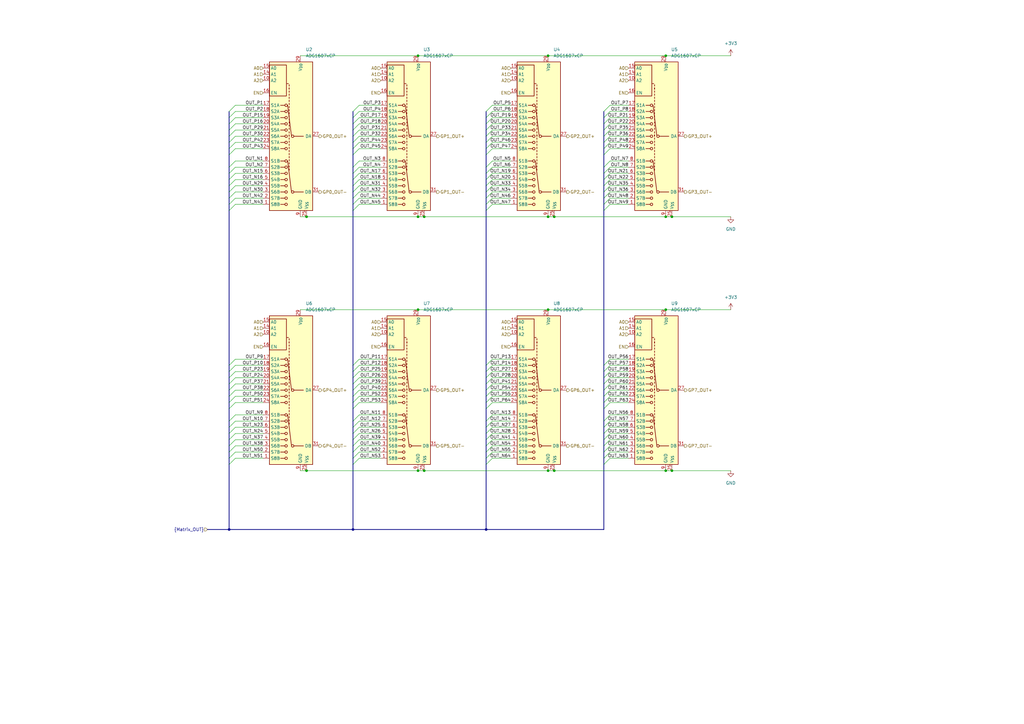
<source format=kicad_sch>
(kicad_sch (version 20231120) (generator "eeschema") (generator_version "8.0")
  (paper "A3")
  (lib_symbols
    (symbol "Analog_Switch:ADG1607xCP"
      (property "Reference" "U" (at -7.62 34.29 0))
      (property "Value" "ADG1607xCP" (at -3.81 31.75 0))
      (symbol "ADG1607xCP_0_0"
        (pin power_in line (at 5.08 -33.02 90) (length 2.54) (name "GND") (number "9"))
      )
      (symbol "ADG1607xCP_0_1"
        (rectangle (start -7.62 29.21) (end -0.635 16.51) (stroke (width 0.254)))
        (rectangle (start -7.62 30.48) (end 10.16 -30.48) (stroke (width 0.254)) (fill (type background)))
        (circle (center -0.762 -27.94) (radius 0.508) (stroke (width 0.254)))
        (circle (center -0.762 -25.4) (radius 0.508) (stroke (width 0.254)))
        (circle (center -0.762 -22.86) (radius 0.508) (stroke (width 0.254)))
        (circle (center -0.762 -20.32) (radius 0.508) (stroke (width 0.254)))
        (circle (center -0.762 -17.78) (radius 0.508) (stroke (width 0.254)))
        (circle (center -0.762 -15.24) (radius 0.508) (stroke (width 0.254)))
        (circle (center -0.762 -12.7) (radius 0.508) (stroke (width 0.254)))
        (circle (center -0.762 -10.16) (radius 0.508) (stroke (width 0.254)))
        (circle (center -0.762 -5.08) (radius 0.508) (stroke (width 0.254)))
        (circle (center -0.762 -2.54) (radius 0.508) (stroke (width 0.254)))
        (circle (center -0.762 0) (radius 0.508) (stroke (width 0.254)))
        (circle (center -0.762 2.54) (radius 0.508) (stroke (width 0.254)))
        (circle (center -0.762 5.08) (radius 0.508) (stroke (width 0.254)))
        (circle (center -0.762 7.62) (radius 0.508) (stroke (width 0.254)))
        (circle (center -0.762 10.16) (radius 0.508) (stroke (width 0.254)))
        (circle (center -0.762 12.7) (radius 0.508) (stroke (width 0.254)))
        (polyline (pts (xy -1.27 -27.94) (xy -3.048 -27.94)) (stroke (width 0.254)))
        (polyline (pts (xy -1.27 -25.4) (xy -3.048 -25.4)) (stroke (width 0.254)))
        (polyline (pts (xy -1.27 -22.86) (xy -3.048 -22.86)) (stroke (width 0.254)))
        (polyline (pts (xy -1.27 -20.32) (xy -3.048 -20.32)) (stroke (width 0.254)))
        (polyline (pts (xy -1.27 -17.78) (xy -3.048 -17.78)) (stroke (width 0.254)))
        (polyline (pts (xy -1.27 -15.24) (xy -3.048 -15.24)) (stroke (width 0.254)))
        (polyline (pts (xy -1.27 -12.7) (xy -3.048 -12.7)) (stroke (width 0.254)))
        (polyline (pts (xy -1.27 -10.16) (xy -3.048 -10.16)) (stroke (width 0.254)))
        (polyline (pts (xy -1.27 -5.08) (xy -3.048 -5.08)) (stroke (width 0.254)))
        (polyline (pts (xy -1.27 -2.54) (xy -3.048 -2.54)) (stroke (width 0.254)))
        (polyline (pts (xy -1.27 0) (xy -3.048 0)) (stroke (width 0.254)))
        (polyline (pts (xy -1.27 2.54) (xy -3.048 2.54)) (stroke (width 0.254)))
        (polyline (pts (xy -1.27 5.08) (xy -3.048 5.08)) (stroke (width 0.254)))
        (polyline (pts (xy -1.27 7.62) (xy -3.048 7.62)) (stroke (width 0.254)))
        (polyline (pts (xy -1.27 10.16) (xy -3.048 10.16)) (stroke (width 0.254)))
        (polyline (pts (xy -1.27 12.7) (xy -3.048 12.7)) (stroke (width 0.254)))
        (polyline (pts (xy -0.127 -10.16) (xy 1.397 -22.479)) (stroke (width 0.254)))
        (polyline (pts (xy -0.127 12.7) (xy 1.397 0.381)) (stroke (width 0.254)))
        (polyline (pts (xy 0.2022 21.5763) (xy -0.4328 21.5763)) (stroke (width 0.254)))
        (polyline (pts (xy 0.4981 11.6395) (xy 0.4981 12.2745)) (stroke (width 0.254)))
        (polyline (pts (xy 0.4981 12.9095) (xy 0.4981 13.5445)) (stroke (width 0.254)))
        (polyline (pts (xy 0.4981 14.1795) (xy 0.4981 14.8145)) (stroke (width 0.254)))
        (polyline (pts (xy 0.4981 15.4495) (xy 0.4981 16.0845)) (stroke (width 0.254)))
        (polyline (pts (xy 0.4981 16.7195) (xy 0.4981 17.3545)) (stroke (width 0.254)))
        (polyline (pts (xy 0.4981 17.9895) (xy 0.4981 18.6245)) (stroke (width 0.254)))
        (polyline (pts (xy 0.4981 19.2595) (xy 0.4981 19.8945)) (stroke (width 0.254)))
        (polyline (pts (xy 0.4981 19.2595) (xy 0.4981 19.8945)) (stroke (width 0.254)))
        (polyline (pts (xy 0.4981 20.5295) (xy 0.4981 21.1645)) (stroke (width 0.254)))
        (polyline (pts (xy 0.4993 -7.6436) (xy 0.4993 -7.0086)) (stroke (width 0.254)))
        (polyline (pts (xy 0.4993 -6.3736) (xy 0.4993 -5.7386)) (stroke (width 0.254)))
        (polyline (pts (xy 0.4993 -5.1036) (xy 0.4993 -4.4686)) (stroke (width 0.254)))
        (polyline (pts (xy 0.4993 -3.8336) (xy 0.4993 -3.1986)) (stroke (width 0.254)))
        (polyline (pts (xy 0.4993 -2.5636) (xy 0.4993 -1.9286)) (stroke (width 0.254)))
        (polyline (pts (xy 0.4993 -1.2936) (xy 0.4993 -0.6586)) (stroke (width 0.254)))
        (polyline (pts (xy 0.4993 -0.0236) (xy 0.4993 0.6114)) (stroke (width 0.254)))
        (polyline (pts (xy 0.4993 -0.0236) (xy 0.4993 0.6114)) (stroke (width 0.254)))
        (polyline (pts (xy 0.4993 1.2464) (xy 0.4993 1.8814)) (stroke (width 0.254)))
        (polyline (pts (xy 0.4993 2.7704) (xy 0.4993 3.4054)) (stroke (width 0.254)))
        (polyline (pts (xy 0.4993 4.0404) (xy 0.4993 4.6754)) (stroke (width 0.254)))
        (polyline (pts (xy 0.4993 5.3104) (xy 0.4993 5.9454)) (stroke (width 0.254)))
        (polyline (pts (xy 0.4993 6.5804) (xy 0.4993 7.2154)) (stroke (width 0.254)))
        (polyline (pts (xy 0.4993 7.8504) (xy 0.4993 8.4854)) (stroke (width 0.254)))
        (polyline (pts (xy 0.4993 9.1204) (xy 0.4993 9.7554)) (stroke (width 0.254)))
        (polyline (pts (xy 0.4993 10.3904) (xy 0.4993 11.0254)) (stroke (width 0.254)))
        (polyline (pts (xy 0.508 -13.97) (xy 0.508 -13.335)) (stroke (width 0.254)))
        (polyline (pts (xy 0.508 -12.7) (xy 0.508 -12.065)) (stroke (width 0.254)))
        (polyline (pts (xy 0.508 -11.43) (xy 0.508 -10.795)) (stroke (width 0.254)))
        (polyline (pts (xy 0.508 -10.16) (xy 0.508 -9.525)) (stroke (width 0.254)))
        (polyline (pts (xy 0.508 -8.89) (xy 0.508 -8.255)) (stroke (width 0.254)))
        (polyline (pts (xy 2.413 -22.86) (xy 6.35 -22.86)) (stroke (width 0.254)))
        (polyline (pts (xy 2.413 0) (xy 6.35 0)) (stroke (width 0.254)))
        (circle (center 1.905 -22.86) (radius 0.508) (stroke (width 0.254)))
        (circle (center 1.905 0) (radius 0.508) (stroke (width 0.254)))
      )
      (symbol "ADG1607xCP_1_1"
        (pin bidirectional line (at -10.16 -27.94 0) (length 2.54) (name "S8B") (number "1"))
        (pin input line (at -10.16 22.86 0) (length 2.54) (name "A2") (number "10"))
        (pin no_connect line (at 10.16 20.32 180) (length 2.54) hide (name "NC") (number "11"))
        (pin no_connect line (at 10.16 17.78 180) (length 2.54) hide (name "NC") (number "12"))
        (pin no_connect line (at 10.16 15.24 180) (length 2.54) hide (name "NC") (number "13"))
        (pin input line (at -10.16 25.4 0) (length 2.54) (name "A1") (number "14"))
        (pin input line (at -10.16 27.94 0) (length 2.54) (name "A0") (number "15"))
        (pin input line (at -10.16 17.78 0) (length 2.54) (name "EN") (number "16"))
        (pin bidirectional line (at -10.16 12.7 0) (length 2.54) (name "S1A") (number "17"))
        (pin bidirectional line (at -10.16 10.16 0) (length 2.54) (name "S2A") (number "18"))
        (pin bidirectional line (at -10.16 7.62 0) (length 2.54) (name "S3A") (number "19"))
        (pin bidirectional line (at -10.16 -25.4 0) (length 2.54) (name "S7B") (number "2"))
        (pin bidirectional line (at -10.16 5.08 0) (length 2.54) (name "S4A") (number "20"))
        (pin bidirectional line (at -10.16 2.54 0) (length 2.54) (name "S5A") (number "21"))
        (pin bidirectional line (at -10.16 0 0) (length 2.54) (name "S6A") (number "22"))
        (pin bidirectional line (at -10.16 -2.54 0) (length 2.54) (name "S7A") (number "23"))
        (pin bidirectional line (at -10.16 -5.08 0) (length 2.54) (name "S8A") (number "24"))
        (pin power_in line (at 7.62 -33.02 90) (length 2.54) (name "V_{SS}") (number "25"))
        (pin no_connect line (at 10.16 12.7 180) (length 2.54) hide (name "NC") (number "26"))
        (pin bidirectional line (at 12.7 0 180) (length 2.54) (name "DA") (number "27"))
        (pin no_connect line (at 10.16 10.16 180) (length 2.54) hide (name "NC") (number "28"))
        (pin power_in line (at 5.08 33.02 270) (length 2.54) (name "V_{DD}") (number "29"))
        (pin bidirectional line (at -10.16 -22.86 0) (length 2.54) (name "S6B") (number "3"))
        (pin no_connect line (at 10.16 7.62 180) (length 2.54) hide (name "NC") (number "30"))
        (pin bidirectional line (at 12.7 -22.86 180) (length 2.54) (name "DB") (number "31"))
        (pin no_connect line (at 10.16 5.08 180) (length 2.54) hide (name "NC") (number "32"))
        (pin passive line (at 7.62 -33.02 90) (length 2.54) hide (name "V_{SS}") (number "33"))
        (pin bidirectional line (at -10.16 -20.32 0) (length 2.54) (name "S5B") (number "4"))
        (pin bidirectional line (at -10.16 -17.78 0) (length 2.54) (name "S4B") (number "5"))
        (pin bidirectional line (at -10.16 -15.24 0) (length 2.54) (name "S3B") (number "6"))
        (pin bidirectional line (at -10.16 -12.7 0) (length 2.54) (name "S2B") (number "7"))
        (pin bidirectional line (at -10.16 -10.16 0) (length 2.54) (name "S1B") (number "8"))
      )
    )
    (symbol "power:+3V3" (power) (pin_numbers hide) (pin_names (offset 0) hide)
      (property "Value" "+3V3" (at 0 3.556 0))
      (symbol "+3V3_0_1"
        (polyline (pts (xy -0.762 1.27) (xy 0 2.54)))
        (polyline (pts (xy 0 0) (xy 0 2.54)))
        (polyline (pts (xy 0 2.54) (xy 0.762 1.27)))
      )
      (symbol "+3V3_1_1"
        (pin power_in line (at 0 0 90) (length 0) (name "~") (number "1"))
      )
    )
    (symbol "power:GND" (power) (pin_numbers hide) (pin_names (offset 0) hide)
      (property "Value" "GND" (at 0 -3.81 0))
      (symbol "GND_0_1"
        (polyline (pts (xy 0 0) (xy 0 -1.27) (xy 1.27 -1.27) (xy 0 -2.54) (xy -1.27 -1.27) (xy 0 -1.27)))
      )
      (symbol "GND_1_1"
        (pin power_in line (at 0 0 270) (length 0) (name "~") (number "1"))
      )
    )
  )
  (junction (at 224.79 88.9))
  (junction (at 273.05 193.04))
  (junction (at 173.99 193.04))
  (junction (at 275.59 193.04))
  (junction (at 171.45 193.04))
  (junction (at 224.79 22.86))
  (junction (at 273.05 22.86))
  (junction (at 171.45 127))
  (junction (at 224.79 127))
  (junction (at 125.73 88.9))
  (junction (at 125.73 193.04))
  (junction (at 199.39 217.17))
  (junction (at 275.59 88.9))
  (junction (at 173.99 88.9))
  (junction (at 273.05 127))
  (junction (at 224.79 193.04))
  (junction (at 227.33 88.9))
  (junction (at 273.05 88.9))
  (junction (at 93.98 217.17))
  (junction (at 227.33 193.04))
  (junction (at 171.45 22.86))
  (junction (at 144.78 217.17))
  (junction (at 171.45 88.9))
  (bus_entry (at 199.39 71.12) (size 2.54 -2.54))
  (bus_entry (at 144.78 180.34) (size 2.54 -2.54))
  (bus_entry (at 144.78 58.42) (size 2.54 -2.54))
  (bus_entry (at 144.78 149.86) (size 2.54 -2.54))
  (bus_entry (at 199.39 53.34) (size 2.54 -2.54))
  (bus_entry (at 247.65 185.42) (size 2.54 -2.54))
  (bus_entry (at 247.65 81.28) (size 2.54 -2.54))
  (bus_entry (at 199.39 187.96) (size 2.54 -2.54))
  (bus_entry (at 199.39 185.42) (size 2.54 -2.54))
  (bus_entry (at 93.98 76.2) (size 2.54 -2.54))
  (bus_entry (at 199.39 81.28) (size 2.54 -2.54))
  (bus_entry (at 199.39 68.58) (size 2.54 -2.54))
  (bus_entry (at 93.98 53.34) (size 2.54 -2.54))
  (bus_entry (at 93.98 177.8) (size 2.54 -2.54))
  (bus_entry (at 144.78 182.88) (size 2.54 -2.54))
  (bus_entry (at 247.65 154.94) (size 2.54 -2.54))
  (bus_entry (at 144.78 160.02) (size 2.54 -2.54))
  (bus_entry (at 93.98 190.5) (size 2.54 -2.54))
  (bus_entry (at 144.78 50.8) (size 2.54 -2.54))
  (bus_entry (at 93.98 73.66) (size 2.54 -2.54))
  (bus_entry (at 144.78 71.12) (size 2.54 -2.54))
  (bus_entry (at 247.65 152.4) (size 2.54 -2.54))
  (bus_entry (at 247.65 162.56) (size 2.54 -2.54))
  (bus_entry (at 247.65 180.34) (size 2.54 -2.54))
  (bus_entry (at 199.39 172.72) (size 2.54 -2.54))
  (bus_entry (at 144.78 53.34) (size 2.54 -2.54))
  (bus_entry (at 247.65 73.66) (size 2.54 -2.54))
  (bus_entry (at 199.39 78.74) (size 2.54 -2.54))
  (bus_entry (at 144.78 86.36) (size 2.54 -2.54))
  (bus_entry (at 93.98 185.42) (size 2.54 -2.54))
  (bus_entry (at 199.39 160.02) (size 2.54 -2.54))
  (bus_entry (at 93.98 162.56) (size 2.54 -2.54))
  (bus_entry (at 93.98 58.42) (size 2.54 -2.54))
  (bus_entry (at 144.78 185.42) (size 2.54 -2.54))
  (bus_entry (at 144.78 73.66) (size 2.54 -2.54))
  (bus_entry (at 144.78 157.48) (size 2.54 -2.54))
  (bus_entry (at 93.98 175.26) (size 2.54 -2.54))
  (bus_entry (at 93.98 165.1) (size 2.54 -2.54))
  (bus_entry (at 93.98 149.86) (size 2.54 -2.54))
  (bus_entry (at 247.65 83.82) (size 2.54 -2.54))
  (bus_entry (at 247.65 167.64) (size 2.54 -2.54))
  (bus_entry (at 144.78 187.96) (size 2.54 -2.54))
  (bus_entry (at 247.65 149.86) (size 2.54 -2.54))
  (bus_entry (at 144.78 172.72) (size 2.54 -2.54))
  (bus_entry (at 199.39 165.1) (size 2.54 -2.54))
  (bus_entry (at 199.39 60.96) (size 2.54 -2.54))
  (bus_entry (at 144.78 165.1) (size 2.54 -2.54))
  (bus_entry (at 199.39 152.4) (size 2.54 -2.54))
  (bus_entry (at 247.65 55.88) (size 2.54 -2.54))
  (bus_entry (at 93.98 50.8) (size 2.54 -2.54))
  (bus_entry (at 199.39 55.88) (size 2.54 -2.54))
  (bus_entry (at 144.78 167.64) (size 2.54 -2.54))
  (bus_entry (at 247.65 68.58) (size 2.54 -2.54))
  (bus_entry (at 199.39 157.48) (size 2.54 -2.54))
  (bus_entry (at 93.98 180.34) (size 2.54 -2.54))
  (bus_entry (at 247.65 172.72) (size 2.54 -2.54))
  (bus_entry (at 93.98 45.72) (size 2.54 -2.54))
  (bus_entry (at 93.98 86.36) (size 2.54 -2.54))
  (bus_entry (at 199.39 182.88) (size 2.54 -2.54))
  (bus_entry (at 199.39 154.94) (size 2.54 -2.54))
  (bus_entry (at 247.65 190.5) (size 2.54 -2.54))
  (bus_entry (at 93.98 63.5) (size 2.54 -2.54))
  (bus_entry (at 247.65 78.74) (size 2.54 -2.54))
  (bus_entry (at 247.65 182.88) (size 2.54 -2.54))
  (bus_entry (at 199.39 175.26) (size 2.54 -2.54))
  (bus_entry (at 93.98 167.64) (size 2.54 -2.54))
  (bus_entry (at 93.98 157.48) (size 2.54 -2.54))
  (bus_entry (at 93.98 182.88) (size 2.54 -2.54))
  (bus_entry (at 144.78 63.5) (size 2.54 -2.54))
  (bus_entry (at 247.65 58.42) (size 2.54 -2.54))
  (bus_entry (at 247.65 50.8) (size 2.54 -2.54))
  (bus_entry (at 144.78 78.74) (size 2.54 -2.54))
  (bus_entry (at 144.78 175.26) (size 2.54 -2.54))
  (bus_entry (at 144.78 177.8) (size 2.54 -2.54))
  (bus_entry (at 144.78 76.2) (size 2.54 -2.54))
  (bus_entry (at 247.65 53.34) (size 2.54 -2.54))
  (bus_entry (at 247.65 71.12) (size 2.54 -2.54))
  (bus_entry (at 199.39 83.82) (size 2.54 -2.54))
  (bus_entry (at 144.78 190.5) (size 2.54 -2.54))
  (bus_entry (at 199.39 177.8) (size 2.54 -2.54))
  (bus_entry (at 93.98 154.94) (size 2.54 -2.54))
  (bus_entry (at 247.65 86.36) (size 2.54 -2.54))
  (bus_entry (at 93.98 160.02) (size 2.54 -2.54))
  (bus_entry (at 199.39 45.72) (size 2.54 -2.54))
  (bus_entry (at 247.65 175.26) (size 2.54 -2.54))
  (bus_entry (at 247.65 45.72) (size 2.54 -2.54))
  (bus_entry (at 199.39 73.66) (size 2.54 -2.54))
  (bus_entry (at 144.78 162.56) (size 2.54 -2.54))
  (bus_entry (at 144.78 83.82) (size 2.54 -2.54))
  (bus_entry (at 247.65 48.26) (size 2.54 -2.54))
  (bus_entry (at 247.65 187.96) (size 2.54 -2.54))
  (bus_entry (at 144.78 68.58) (size 2.54 -2.54))
  (bus_entry (at 93.98 83.82) (size 2.54 -2.54))
  (bus_entry (at 93.98 71.12) (size 2.54 -2.54))
  (bus_entry (at 144.78 81.28) (size 2.54 -2.54))
  (bus_entry (at 247.65 60.96) (size 2.54 -2.54))
  (bus_entry (at 247.65 63.5) (size 2.54 -2.54))
  (bus_entry (at 199.39 76.2) (size 2.54 -2.54))
  (bus_entry (at 199.39 190.5) (size 2.54 -2.54))
  (bus_entry (at 247.65 165.1) (size 2.54 -2.54))
  (bus_entry (at 199.39 167.64) (size 2.54 -2.54))
  (bus_entry (at 199.39 50.8) (size 2.54 -2.54))
  (bus_entry (at 93.98 60.96) (size 2.54 -2.54))
  (bus_entry (at 144.78 152.4) (size 2.54 -2.54))
  (bus_entry (at 247.65 160.02) (size 2.54 -2.54))
  (bus_entry (at 144.78 55.88) (size 2.54 -2.54))
  (bus_entry (at 247.65 76.2) (size 2.54 -2.54))
  (bus_entry (at 199.39 149.86) (size 2.54 -2.54))
  (bus_entry (at 144.78 45.72) (size 2.54 -2.54))
  (bus_entry (at 93.98 48.26) (size 2.54 -2.54))
  (bus_entry (at 93.98 68.58) (size 2.54 -2.54))
  (bus_entry (at 199.39 63.5) (size 2.54 -2.54))
  (bus_entry (at 247.65 177.8) (size 2.54 -2.54))
  (bus_entry (at 93.98 172.72) (size 2.54 -2.54))
  (bus_entry (at 93.98 55.88) (size 2.54 -2.54))
  (bus_entry (at 144.78 60.96) (size 2.54 -2.54))
  (bus_entry (at 93.98 78.74) (size 2.54 -2.54))
  (bus_entry (at 93.98 152.4) (size 2.54 -2.54))
  (bus_entry (at 199.39 58.42) (size 2.54 -2.54))
  (bus_entry (at 144.78 48.26) (size 2.54 -2.54))
  (bus_entry (at 199.39 162.56) (size 2.54 -2.54))
  (bus_entry (at 144.78 154.94) (size 2.54 -2.54))
  (bus_entry (at 199.39 180.34) (size 2.54 -2.54))
  (bus_entry (at 199.39 48.26) (size 2.54 -2.54))
  (bus_entry (at 247.65 157.48) (size 2.54 -2.54))
  (bus_entry (at 93.98 187.96) (size 2.54 -2.54))
  (bus_entry (at 93.98 81.28) (size 2.54 -2.54))
  (bus_entry (at 199.39 86.36) (size 2.54 -2.54))
  (wire (pts (xy 147.32 53.34) (xy 156.21 53.34)))
  (wire (pts (xy 201.93 182.88) (xy 209.55 182.88)))
  (bus (pts (xy 199.39 180.34) (xy 199.39 182.88)))
  (wire (pts (xy 96.52 83.82) (xy 107.95 83.82)))
  (bus (pts (xy 93.98 217.17) (xy 144.78 217.17)))
  (bus (pts (xy 144.78 154.94) (xy 144.78 157.48)))
  (bus (pts (xy 199.39 217.17) (xy 247.65 217.17)))
  (bus (pts (xy 93.98 71.12) (xy 93.98 73.66)))
  (bus (pts (xy 93.98 175.26) (xy 93.98 177.8)))
  (bus (pts (xy 247.65 157.48) (xy 247.65 160.02)))
  (bus (pts (xy 199.39 50.8) (xy 199.39 53.34)))
  (wire (pts (xy 147.32 172.72) (xy 156.21 172.72)))
  (bus (pts (xy 93.98 154.94) (xy 93.98 157.48)))
  (bus (pts (xy 199.39 45.72) (xy 199.39 48.26)))
  (wire (pts (xy 201.93 187.96) (xy 209.55 187.96)))
  (wire (pts (xy 147.32 48.26) (xy 156.21 48.26)))
  (wire (pts (xy 96.52 152.4) (xy 107.95 152.4)))
  (wire (pts (xy 201.93 160.02) (xy 209.55 160.02)))
  (wire (pts (xy 147.32 170.18) (xy 156.21 170.18)))
  (wire (pts (xy 147.32 81.28) (xy 156.21 81.28)))
  (wire (pts (xy 147.32 58.42) (xy 156.21 58.42)))
  (wire (pts (xy 123.19 193.04) (xy 125.73 193.04)))
  (bus (pts (xy 247.65 48.26) (xy 247.65 50.8)))
  (bus (pts (xy 199.39 167.64) (xy 199.39 172.72)))
  (wire (pts (xy 201.93 78.74) (xy 209.55 78.74)))
  (wire (pts (xy 96.52 170.18) (xy 107.95 170.18)))
  (bus (pts (xy 199.39 157.48) (xy 199.39 160.02)))
  (bus (pts (xy 144.78 45.72) (xy 144.78 48.26)))
  (bus (pts (xy 93.98 167.64) (xy 93.98 172.72)))
  (bus (pts (xy 144.78 177.8) (xy 144.78 180.34)))
  (wire (pts (xy 147.32 78.74) (xy 156.21 78.74)))
  (bus (pts (xy 247.65 190.5) (xy 247.65 217.17)))
  (wire (pts (xy 96.52 55.88) (xy 107.95 55.88)))
  (wire (pts (xy 250.19 175.26) (xy 257.81 175.26)))
  (wire (pts (xy 201.93 43.18) (xy 209.55 43.18)))
  (bus (pts (xy 93.98 50.8) (xy 93.98 53.34)))
  (bus (pts (xy 93.98 48.26) (xy 93.98 50.8)))
  (bus (pts (xy 144.78 53.34) (xy 144.78 55.88)))
  (bus (pts (xy 199.39 48.26) (xy 199.39 50.8)))
  (wire (pts (xy 250.19 172.72) (xy 257.81 172.72)))
  (bus (pts (xy 144.78 50.8) (xy 144.78 53.34)))
  (bus (pts (xy 93.98 83.82) (xy 93.98 86.36)))
  (wire (pts (xy 201.93 175.26) (xy 209.55 175.26)))
  (bus (pts (xy 247.65 81.28) (xy 247.65 83.82)))
  (wire (pts (xy 201.93 60.96) (xy 209.55 60.96)))
  (bus (pts (xy 247.65 50.8) (xy 247.65 53.34)))
  (wire (pts (xy 96.52 48.26) (xy 107.95 48.26)))
  (bus (pts (xy 93.98 68.58) (xy 93.98 71.12)))
  (wire (pts (xy 201.93 50.8) (xy 209.55 50.8)))
  (bus (pts (xy 199.39 81.28) (xy 199.39 83.82)))
  (wire (pts (xy 96.52 165.1) (xy 107.95 165.1)))
  (bus (pts (xy 144.78 81.28) (xy 144.78 83.82)))
  (bus (pts (xy 199.39 172.72) (xy 199.39 175.26)))
  (wire (pts (xy 96.52 160.02) (xy 107.95 160.02)))
  (wire (pts (xy 96.52 68.58) (xy 107.95 68.58)))
  (bus (pts (xy 93.98 60.96) (xy 93.98 63.5)))
  (bus (pts (xy 93.98 78.74) (xy 93.98 81.28)))
  (bus (pts (xy 93.98 185.42) (xy 93.98 187.96)))
  (wire (pts (xy 147.32 177.8) (xy 156.21 177.8)))
  (wire (pts (xy 250.19 66.04) (xy 257.81 66.04)))
  (bus (pts (xy 247.65 175.26) (xy 247.65 177.8)))
  (wire (pts (xy 96.52 50.8) (xy 107.95 50.8)))
  (bus (pts (xy 199.39 58.42) (xy 199.39 60.96)))
  (wire (pts (xy 224.79 127) (xy 273.05 127)))
  (bus (pts (xy 93.98 63.5) (xy 93.98 68.58)))
  (wire (pts (xy 201.93 152.4) (xy 209.55 152.4)))
  (bus (pts (xy 93.98 152.4) (xy 93.98 154.94)))
  (wire (pts (xy 201.93 48.26) (xy 209.55 48.26)))
  (bus (pts (xy 247.65 154.94) (xy 247.65 157.48)))
  (wire (pts (xy 201.93 58.42) (xy 209.55 58.42)))
  (wire (pts (xy 147.32 43.18) (xy 156.21 43.18)))
  (wire (pts (xy 250.19 165.1) (xy 257.81 165.1)))
  (wire (pts (xy 96.52 182.88) (xy 107.95 182.88)))
  (bus (pts (xy 144.78 167.64) (xy 144.78 172.72)))
  (wire (pts (xy 125.73 193.04) (xy 171.45 193.04)))
  (wire (pts (xy 250.19 48.26) (xy 257.81 48.26)))
  (wire (pts (xy 224.79 88.9) (xy 227.33 88.9)))
  (wire (pts (xy 171.45 88.9) (xy 173.99 88.9)))
  (wire (pts (xy 201.93 154.94) (xy 209.55 154.94)))
  (bus (pts (xy 93.98 45.72) (xy 93.98 48.26)))
  (wire (pts (xy 96.52 78.74) (xy 107.95 78.74)))
  (wire (pts (xy 96.52 149.86) (xy 107.95 149.86)))
  (wire (pts (xy 250.19 180.34) (xy 257.81 180.34)))
  (wire (pts (xy 201.93 73.66) (xy 209.55 73.66)))
  (bus (pts (xy 93.98 86.36) (xy 93.98 149.86)))
  (bus (pts (xy 199.39 187.96) (xy 199.39 190.5)))
  (wire (pts (xy 123.19 22.86) (xy 171.45 22.86)))
  (wire (pts (xy 96.52 43.18) (xy 107.95 43.18)))
  (bus (pts (xy 247.65 45.72) (xy 247.65 48.26)))
  (bus (pts (xy 199.39 152.4) (xy 199.39 154.94)))
  (bus (pts (xy 247.65 180.34) (xy 247.65 182.88)))
  (wire (pts (xy 201.93 68.58) (xy 209.55 68.58)))
  (bus (pts (xy 247.65 167.64) (xy 247.65 172.72)))
  (bus (pts (xy 144.78 180.34) (xy 144.78 182.88)))
  (wire (pts (xy 96.52 162.56) (xy 107.95 162.56)))
  (wire (pts (xy 96.52 45.72) (xy 107.95 45.72)))
  (wire (pts (xy 250.19 177.8) (xy 257.81 177.8)))
  (bus (pts (xy 93.98 81.28) (xy 93.98 83.82)))
  (wire (pts (xy 201.93 177.8) (xy 209.55 177.8)))
  (bus (pts (xy 199.39 190.5) (xy 199.39 217.17)))
  (wire (pts (xy 171.45 22.86) (xy 224.79 22.86)))
  (wire (pts (xy 250.19 73.66) (xy 257.81 73.66)))
  (wire (pts (xy 250.19 182.88) (xy 257.81 182.88)))
  (bus (pts (xy 93.98 76.2) (xy 93.98 78.74)))
  (bus (pts (xy 199.39 160.02) (xy 199.39 162.56)))
  (bus (pts (xy 247.65 185.42) (xy 247.65 187.96)))
  (bus (pts (xy 247.65 182.88) (xy 247.65 185.42)))
  (wire (pts (xy 224.79 193.04) (xy 227.33 193.04)))
  (bus (pts (xy 144.78 182.88) (xy 144.78 185.42)))
  (bus (pts (xy 247.65 63.5) (xy 247.65 68.58)))
  (bus (pts (xy 144.78 152.4) (xy 144.78 154.94)))
  (bus (pts (xy 144.78 157.48) (xy 144.78 160.02)))
  (bus (pts (xy 144.78 58.42) (xy 144.78 60.96)))
  (bus (pts (xy 144.78 63.5) (xy 144.78 68.58)))
  (wire (pts (xy 201.93 165.1) (xy 209.55 165.1)))
  (bus (pts (xy 93.98 180.34) (xy 93.98 182.88)))
  (wire (pts (xy 227.33 88.9) (xy 273.05 88.9)))
  (wire (pts (xy 250.19 162.56) (xy 257.81 162.56)))
  (wire (pts (xy 250.19 157.48) (xy 257.81 157.48)))
  (wire (pts (xy 171.45 127) (xy 224.79 127)))
  (bus (pts (xy 144.78 48.26) (xy 144.78 50.8)))
  (bus (pts (xy 199.39 162.56) (xy 199.39 165.1)))
  (bus (pts (xy 199.39 73.66) (xy 199.39 76.2)))
  (wire (pts (xy 250.19 58.42) (xy 257.81 58.42)))
  (wire (pts (xy 201.93 53.34) (xy 209.55 53.34)))
  (wire (pts (xy 250.19 147.32) (xy 257.81 147.32)))
  (wire (pts (xy 147.32 149.86) (xy 156.21 149.86)))
  (wire (pts (xy 147.32 175.26) (xy 156.21 175.26)))
  (wire (pts (xy 96.52 147.32) (xy 107.95 147.32)))
  (wire (pts (xy 224.79 22.86) (xy 273.05 22.86)))
  (bus (pts (xy 144.78 185.42) (xy 144.78 187.96)))
  (wire (pts (xy 273.05 127) (xy 299.72 127)))
  (bus (pts (xy 199.39 165.1) (xy 199.39 167.64)))
  (wire (pts (xy 250.19 149.86) (xy 257.81 149.86)))
  (wire (pts (xy 147.32 83.82) (xy 156.21 83.82)))
  (wire (pts (xy 250.19 187.96) (xy 257.81 187.96)))
  (wire (pts (xy 250.19 53.34) (xy 257.81 53.34)))
  (wire (pts (xy 201.93 185.42) (xy 209.55 185.42)))
  (bus (pts (xy 199.39 182.88) (xy 199.39 185.42)))
  (wire (pts (xy 147.32 162.56) (xy 156.21 162.56)))
  (wire (pts (xy 250.19 71.12) (xy 257.81 71.12)))
  (bus (pts (xy 247.65 53.34) (xy 247.65 55.88)))
  (bus (pts (xy 247.65 73.66) (xy 247.65 76.2)))
  (wire (pts (xy 96.52 172.72) (xy 107.95 172.72)))
  (wire (pts (xy 147.32 66.04) (xy 156.21 66.04)))
  (wire (pts (xy 96.52 177.8) (xy 107.95 177.8)))
  (wire (pts (xy 147.32 182.88) (xy 156.21 182.88)))
  (wire (pts (xy 147.32 50.8) (xy 156.21 50.8)))
  (wire (pts (xy 147.32 180.34) (xy 156.21 180.34)))
  (wire (pts (xy 273.05 193.04) (xy 275.59 193.04)))
  (wire (pts (xy 96.52 185.42) (xy 107.95 185.42)))
  (bus (pts (xy 144.78 71.12) (xy 144.78 73.66)))
  (wire (pts (xy 147.32 55.88) (xy 156.21 55.88)))
  (wire (pts (xy 250.19 55.88) (xy 257.81 55.88)))
  (bus (pts (xy 247.65 152.4) (xy 247.65 154.94)))
  (bus (pts (xy 144.78 60.96) (xy 144.78 63.5)))
  (bus (pts (xy 247.65 160.02) (xy 247.65 162.56)))
  (bus (pts (xy 144.78 73.66) (xy 144.78 76.2)))
  (bus (pts (xy 199.39 60.96) (xy 199.39 63.5)))
  (wire (pts (xy 147.32 165.1) (xy 156.21 165.1)))
  (bus (pts (xy 247.65 78.74) (xy 247.65 81.28)))
  (wire (pts (xy 250.19 185.42) (xy 257.81 185.42)))
  (wire (pts (xy 273.05 88.9) (xy 275.59 88.9)))
  (wire (pts (xy 147.32 60.96) (xy 156.21 60.96)))
  (wire (pts (xy 96.52 71.12) (xy 107.95 71.12)))
  (bus (pts (xy 247.65 58.42) (xy 247.65 60.96)))
  (wire (pts (xy 250.19 60.96) (xy 257.81 60.96)))
  (wire (pts (xy 250.19 50.8) (xy 257.81 50.8)))
  (wire (pts (xy 250.19 170.18) (xy 257.81 170.18)))
  (bus (pts (xy 199.39 83.82) (xy 199.39 86.36)))
  (wire (pts (xy 96.52 73.66) (xy 107.95 73.66)))
  (bus (pts (xy 199.39 68.58) (xy 199.39 71.12)))
  (wire (pts (xy 96.52 154.94) (xy 107.95 154.94)))
  (bus (pts (xy 93.98 182.88) (xy 93.98 185.42)))
  (wire (pts (xy 125.73 88.9) (xy 171.45 88.9)))
  (wire (pts (xy 201.93 55.88) (xy 209.55 55.88)))
  (bus (pts (xy 199.39 175.26) (xy 199.39 177.8)))
  (wire (pts (xy 275.59 88.9) (xy 299.72 88.9)))
  (wire (pts (xy 250.19 45.72) (xy 257.81 45.72)))
  (bus (pts (xy 144.78 217.17) (xy 199.39 217.17)))
  (wire (pts (xy 96.52 180.34) (xy 107.95 180.34)))
  (bus (pts (xy 93.98 190.5) (xy 93.98 217.17)))
  (bus (pts (xy 144.78 175.26) (xy 144.78 177.8)))
  (bus (pts (xy 199.39 149.86) (xy 199.39 152.4)))
  (bus (pts (xy 247.65 76.2) (xy 247.65 78.74)))
  (wire (pts (xy 201.93 170.18) (xy 209.55 170.18)))
  (wire (pts (xy 96.52 76.2) (xy 107.95 76.2)))
  (bus (pts (xy 199.39 63.5) (xy 199.39 68.58)))
  (bus (pts (xy 144.78 165.1) (xy 144.78 167.64)))
  (wire (pts (xy 250.19 160.02) (xy 257.81 160.02)))
  (bus (pts (xy 199.39 71.12) (xy 199.39 73.66)))
  (wire (pts (xy 96.52 187.96) (xy 107.95 187.96)))
  (wire (pts (xy 173.99 193.04) (xy 224.79 193.04)))
  (bus (pts (xy 144.78 172.72) (xy 144.78 175.26)))
  (bus (pts (xy 247.65 162.56) (xy 247.65 165.1)))
  (bus (pts (xy 199.39 177.8) (xy 199.39 180.34)))
  (wire (pts (xy 96.52 60.96) (xy 107.95 60.96)))
  (bus (pts (xy 144.78 190.5) (xy 144.78 217.17)))
  (bus (pts (xy 93.98 55.88) (xy 93.98 58.42)))
  (bus (pts (xy 247.65 60.96) (xy 247.65 63.5)))
  (wire (pts (xy 273.05 22.86) (xy 299.72 22.86)))
  (wire (pts (xy 250.19 68.58) (xy 257.81 68.58)))
  (wire (pts (xy 147.32 154.94) (xy 156.21 154.94)))
  (wire (pts (xy 96.52 58.42) (xy 107.95 58.42)))
  (bus (pts (xy 93.98 160.02) (xy 93.98 162.56)))
  (wire (pts (xy 147.32 71.12) (xy 156.21 71.12)))
  (wire (pts (xy 201.93 76.2) (xy 209.55 76.2)))
  (bus (pts (xy 93.98 162.56) (xy 93.98 165.1)))
  (wire (pts (xy 250.19 83.82) (xy 257.81 83.82)))
  (wire (pts (xy 201.93 180.34) (xy 209.55 180.34)))
  (wire (pts (xy 250.19 76.2) (xy 257.81 76.2)))
  (wire (pts (xy 201.93 149.86) (xy 209.55 149.86)))
  (wire (pts (xy 201.93 147.32) (xy 209.55 147.32)))
  (wire (pts (xy 250.19 81.28) (xy 257.81 81.28)))
  (bus (pts (xy 247.65 71.12) (xy 247.65 73.66)))
  (wire (pts (xy 201.93 162.56) (xy 209.55 162.56)))
  (wire (pts (xy 147.32 187.96) (xy 156.21 187.96)))
  (wire (pts (xy 147.32 45.72) (xy 156.21 45.72)))
  (bus (pts (xy 144.78 162.56) (xy 144.78 165.1)))
  (bus (pts (xy 199.39 53.34) (xy 199.39 55.88)))
  (wire (pts (xy 96.52 175.26) (xy 107.95 175.26)))
  (wire (pts (xy 147.32 76.2) (xy 156.21 76.2)))
  (wire (pts (xy 96.52 81.28) (xy 107.95 81.28)))
  (bus (pts (xy 85.09 217.17) (xy 93.98 217.17)))
  (bus (pts (xy 93.98 187.96) (xy 93.98 190.5)))
  (bus (pts (xy 247.65 172.72) (xy 247.65 175.26)))
  (bus (pts (xy 93.98 73.66) (xy 93.98 76.2)))
  (wire (pts (xy 201.93 45.72) (xy 209.55 45.72)))
  (bus (pts (xy 93.98 172.72) (xy 93.98 175.26)))
  (wire (pts (xy 201.93 83.82) (xy 209.55 83.82)))
  (bus (pts (xy 247.65 165.1) (xy 247.65 167.64)))
  (bus (pts (xy 199.39 78.74) (xy 199.39 81.28)))
  (wire (pts (xy 147.32 152.4) (xy 156.21 152.4)))
  (bus (pts (xy 93.98 53.34) (xy 93.98 55.88)))
  (bus (pts (xy 144.78 83.82) (xy 144.78 86.36)))
  (wire (pts (xy 147.32 68.58) (xy 156.21 68.58)))
  (wire (pts (xy 201.93 71.12) (xy 209.55 71.12)))
  (wire (pts (xy 96.52 53.34) (xy 107.95 53.34)))
  (wire (pts (xy 147.32 185.42) (xy 156.21 185.42)))
  (wire (pts (xy 147.32 73.66) (xy 156.21 73.66)))
  (wire (pts (xy 96.52 66.04) (xy 107.95 66.04)))
  (bus (pts (xy 247.65 68.58) (xy 247.65 71.12)))
  (bus (pts (xy 144.78 160.02) (xy 144.78 162.56)))
  (bus (pts (xy 144.78 68.58) (xy 144.78 71.12)))
  (wire (pts (xy 250.19 154.94) (xy 257.81 154.94)))
  (wire (pts (xy 201.93 157.48) (xy 209.55 157.48)))
  (wire (pts (xy 96.52 157.48) (xy 107.95 157.48)))
  (bus (pts (xy 93.98 157.48) (xy 93.98 160.02)))
  (bus (pts (xy 199.39 76.2) (xy 199.39 78.74)))
  (wire (pts (xy 147.32 147.32) (xy 156.21 147.32)))
  (bus (pts (xy 93.98 165.1) (xy 93.98 167.64)))
  (bus (pts (xy 93.98 177.8) (xy 93.98 180.34)))
  (bus (pts (xy 144.78 187.96) (xy 144.78 190.5)))
  (bus (pts (xy 247.65 83.82) (xy 247.65 86.36)))
  (wire (pts (xy 147.32 160.02) (xy 156.21 160.02)))
  (bus (pts (xy 144.78 76.2) (xy 144.78 78.74)))
  (bus (pts (xy 144.78 149.86) (xy 144.78 152.4)))
  (wire (pts (xy 275.59 193.04) (xy 299.72 193.04)))
  (bus (pts (xy 247.65 177.8) (xy 247.65 180.34)))
  (bus (pts (xy 247.65 86.36) (xy 247.65 149.86)))
  (wire (pts (xy 201.93 172.72) (xy 209.55 172.72)))
  (bus (pts (xy 93.98 58.42) (xy 93.98 60.96)))
  (wire (pts (xy 250.19 152.4) (xy 257.81 152.4)))
  (bus (pts (xy 247.65 55.88) (xy 247.65 58.42)))
  (bus (pts (xy 199.39 154.94) (xy 199.39 157.48)))
  (bus (pts (xy 144.78 55.88) (xy 144.78 58.42)))
  (wire (pts (xy 123.19 127) (xy 171.45 127)))
  (bus (pts (xy 199.39 55.88) (xy 199.39 58.42)))
  (wire (pts (xy 201.93 81.28) (xy 209.55 81.28)))
  (wire (pts (xy 171.45 193.04) (xy 173.99 193.04)))
  (bus (pts (xy 144.78 78.74) (xy 144.78 81.28)))
  (wire (pts (xy 250.19 43.18) (xy 257.81 43.18)))
  (wire (pts (xy 250.19 78.74) (xy 257.81 78.74)))
  (bus (pts (xy 144.78 86.36) (xy 144.78 149.86)))
  (wire (pts (xy 147.32 157.48) (xy 156.21 157.48)))
  (bus (pts (xy 247.65 187.96) (xy 247.65 190.5)))
  (bus (pts (xy 93.98 149.86) (xy 93.98 152.4)))
  (bus (pts (xy 199.39 185.42) (xy 199.39 187.96)))
  (wire (pts (xy 201.93 66.04) (xy 209.55 66.04)))
  (bus (pts (xy 247.65 149.86) (xy 247.65 152.4)))
  (wire (pts (xy 173.99 88.9) (xy 224.79 88.9)))
  (bus (pts (xy 199.39 86.36) (xy 199.39 149.86)))
  (wire (pts (xy 227.33 193.04) (xy 273.05 193.04)))
  (wire (pts (xy 123.19 88.9) (xy 125.73 88.9)))
  (label "OUT_P23" (at 107.95 152.4 180))
  (label "OUT_N39" (at 156.21 180.34 180))
  (label "OUT_P16" (at 107.95 50.8 180))
  (label "OUT_P40" (at 156.21 160.02 180))
  (label "OUT_P29" (at 107.95 53.34 180))
  (label "OUT_P55" (at 209.55 162.56 180))
  (label "OUT_P53" (at 156.21 165.1 180))
  (label "OUT_N62" (at 257.81 185.42 180))
  (label "OUT_P18" (at 156.21 50.8 180))
  (label "OUT_P42" (at 107.95 58.42 180))
  (label "OUT_N50" (at 107.95 185.42 180))
  (label "OUT_P64" (at 209.55 165.1 180))
  (label "OUT_N48" (at 257.81 81.28 180))
  (label "OUT_P12" (at 156.21 149.86 180))
  (label "OUT_N55" (at 209.55 185.42 180))
  (label "OUT_N30" (at 107.95 78.74 180))
  (label "OUT_N64" (at 209.55 187.96 180))
  (label "OUT_P33" (at 209.55 53.34 180))
  (label "OUT_N60" (at 257.81 180.34 180))
  (label "OUT_N38" (at 107.95 182.88 180))
  (label "OUT_P21" (at 257.81 48.26 180))
  (label "OUT_N43" (at 107.95 83.82 180))
  (label "OUT_P8" (at 257.81 45.72 180))
  (label "OUT_N49" (at 257.81 83.82 180))
  (label "OUT_N19" (at 209.55 71.12 180))
  (label "OUT_N32" (at 156.21 78.74 180))
  (label "OUT_P19" (at 209.55 48.26 180))
  (label "OUT_N31" (at 156.21 76.2 180))
  (label "OUT_P31" (at 156.21 53.34 180))
  (label "OUT_P51" (at 107.95 165.1 180))
  (label "OUT_P52" (at 156.21 162.56 180))
  (label "OUT_N15" (at 107.95 71.12 180))
  (label "OUT_P43" (at 107.95 60.96 180))
  (label "OUT_P3" (at 156.21 43.18 180))
  (label "OUT_N51" (at 107.95 187.96 180))
  (label "OUT_P13" (at 209.55 147.32 180))
  (label "OUT_N8" (at 257.81 68.58 180))
  (label "OUT_P58" (at 257.81 152.4 180))
  (label "OUT_N59" (at 257.81 177.8 180))
  (label "OUT_N22" (at 257.81 73.66 180))
  (label "OUT_P34" (at 209.55 55.88 180))
  (label "OUT_N53" (at 156.21 187.96 180))
  (label "OUT_N63" (at 257.81 187.96 180))
  (label "OUT_N45" (at 156.21 83.82 180))
  (label "OUT_N28" (at 209.55 177.8 180))
  (label "OUT_N37" (at 107.95 180.34 180))
  (label "OUT_P22" (at 257.81 50.8 180))
  (label "OUT_N35" (at 257.81 76.2 180))
  (label "OUT_P61" (at 257.81 160.02 180))
  (label "OUT_N12" (at 156.21 172.72 180))
  (label "OUT_P2" (at 107.95 45.72 180))
  (label "OUT_P6" (at 209.55 45.72 180))
  (label "OUT_N1" (at 107.95 66.04 180))
  (label "OUT_P9" (at 107.95 147.32 180))
  (label "OUT_P25" (at 156.21 152.4 180))
  (label "OUT_P45" (at 156.21 60.96 180))
  (label "OUT_N36" (at 257.81 78.74 180))
  (label "OUT_N3" (at 156.21 66.04 180))
  (label "OUT_N24" (at 107.95 177.8 180))
  (label "OUT_N41" (at 209.55 180.34 180))
  (label "OUT_P56" (at 257.81 147.32 180))
  (label "OUT_P48" (at 257.81 58.42 180))
  (label "OUT_P38" (at 107.95 160.02 180))
  (label "OUT_N14" (at 209.55 172.72 180))
  (label "OUT_P54" (at 209.55 160.02 180))
  (label "OUT_N26" (at 156.21 177.8 180))
  (label "OUT_N16" (at 107.95 73.66 180))
  (label "OUT_N2" (at 107.95 68.58 180))
  (label "OUT_P10" (at 107.95 149.86 180))
  (label "OUT_N23" (at 107.95 175.26 180))
  (label "OUT_N27" (at 209.55 175.26 180))
  (label "OUT_N13" (at 209.55 170.18 180))
  (label "OUT_N17" (at 156.21 71.12 180))
  (label "OUT_N42" (at 107.95 81.28 180))
  (label "OUT_P26" (at 156.21 154.94 180))
  (label "OUT_N25" (at 156.21 175.26 180))
  (label "OUT_P35" (at 257.81 53.34 180))
  (label "OUT_P15" (at 107.95 48.26 180))
  (label "OUT_P11" (at 156.21 147.32 180))
  (label "OUT_P4" (at 156.21 45.72 180))
  (label "OUT_N18" (at 156.21 73.66 180))
  (label "OUT_P41" (at 209.55 157.48 180))
  (label "OUT_P60" (at 257.81 157.48 180))
  (label "OUT_P46" (at 209.55 58.42 180))
  (label "OUT_P57" (at 257.81 149.86 180))
  (label "OUT_N4" (at 156.21 68.58 180))
  (label "OUT_P63" (at 257.81 165.1 180))
  (label "OUT_P7" (at 257.81 43.18 180))
  (label "OUT_P36" (at 257.81 55.88 180))
  (label "OUT_P20" (at 209.55 50.8 180))
  (label "OUT_N34" (at 209.55 78.74 180))
  (label "OUT_N58" (at 257.81 175.26 180))
  (label "OUT_N21" (at 257.81 71.12 180))
  (label "OUT_N5" (at 209.55 66.04 180))
  (label "OUT_P30" (at 107.95 55.88 180))
  (label "OUT_P59" (at 257.81 154.94 180))
  (label "OUT_P44" (at 156.21 58.42 180))
  (label "OUT_N11" (at 156.21 170.18 180))
  (label "OUT_P5" (at 209.55 43.18 180))
  (label "OUT_N57" (at 257.81 172.72 180))
  (label "OUT_N9" (at 107.95 170.18 180))
  (label "OUT_N52" (at 156.21 185.42 180))
  (label "OUT_N56" (at 257.81 170.18 180))
  (label "OUT_P24" (at 107.95 154.94 180))
  (label "OUT_N40" (at 156.21 182.88 180))
  (label "OUT_N29" (at 107.95 76.2 180))
  (label "OUT_P28" (at 209.55 154.94 180))
  (label "OUT_N54" (at 209.55 182.88 180))
  (label "OUT_N20" (at 209.55 73.66 180))
  (label "OUT_P1" (at 107.95 43.18 180))
  (label "OUT_P47" (at 209.55 60.96 180))
  (label "OUT_N33" (at 209.55 76.2 180))
  (label "OUT_P37" (at 107.95 157.48 180))
  (label "OUT_P39" (at 156.21 157.48 180))
  (label "OUT_P14" (at 209.55 149.86 180))
  (label "OUT_N46" (at 209.55 81.28 180))
  (label "OUT_P32" (at 156.21 55.88 180))
  (label "OUT_N61" (at 257.81 182.88 180))
  (label "OUT_N10" (at 107.95 172.72 180))
  (label "OUT_N47" (at 209.55 83.82 180))
  (label "OUT_P62" (at 257.81 162.56 180))
  (label "OUT_P27" (at 209.55 152.4 180))
  (label "OUT_P50" (at 107.95 162.56 180))
  (label "OUT_P49" (at 257.81 60.96 180))
  (label "OUT_N7" (at 257.81 66.04 180))
  (label "OUT_P17" (at 156.21 48.26 180))
  (label "OUT_N6" (at 209.55 68.58 180))
  (label "OUT_N44" (at 156.21 81.28 180))
  (hierarchical_label "EN" (shape input) (at 107.95 38.1 180))
  (hierarchical_label "GP6_OUT+" (shape output) (at 232.41 160.02 0))
  (hierarchical_label "A1" (shape input) (at 257.81 134.62 180))
  (hierarchical_label "GP0_OUT+" (shape output) (at 130.81 55.88 0))
  (hierarchical_label "A0" (shape input) (at 156.21 132.08 180))
  (hierarchical_label "A1" (shape input) (at 156.21 134.62 180))
  (hierarchical_label "A1" (shape input) (at 209.55 30.48 180))
  (hierarchical_label "A2" (shape input) (at 209.55 33.02 180))
  (hierarchical_label "A2" (shape input) (at 156.21 137.16 180))
  (hierarchical_label "GP4_OUT+" (shape output) (at 130.81 160.02 0))
  (hierarchical_label "EN" (shape input) (at 107.95 142.24 180))
  (hierarchical_label "A1" (shape input) (at 257.81 30.48 180))
  (hierarchical_label "GP7_OUT+" (shape output) (at 280.67 160.02 0))
  (hierarchical_label "A1" (shape input) (at 156.21 30.48 180))
  (hierarchical_label "EN" (shape input) (at 156.21 38.1 180))
  (hierarchical_label "A2" (shape input) (at 107.95 33.02 180))
  (hierarchical_label "GP3_OUT-" (shape output) (at 280.67 78.74 0))
  (hierarchical_label "GP3_OUT+" (shape output) (at 280.67 55.88 0))
  (hierarchical_label "GP0_OUT-" (shape output) (at 130.81 78.74 0))
  (hierarchical_label "A2" (shape input) (at 257.81 137.16 180))
  (hierarchical_label "A0" (shape input) (at 156.21 27.94 180))
  (hierarchical_label "EN" (shape input) (at 156.21 142.24 180))
  (hierarchical_label "A1" (shape input) (at 107.95 134.62 180))
  (hierarchical_label "EN" (shape input) (at 257.81 142.24 180))
  (hierarchical_label "GP5_OUT+" (shape output) (at 179.07 160.02 0))
  (hierarchical_label "{Matrix_OUT}" (shape input) (at 85.09 217.17 180))
  (hierarchical_label "GP7_OUT-" (shape output) (at 280.67 182.88 0))
  (hierarchical_label "GP1_OUT+" (shape output) (at 179.07 55.88 0))
  (hierarchical_label "A0" (shape input) (at 257.81 132.08 180))
  (hierarchical_label "GP5_OUT-" (shape output) (at 179.07 182.88 0))
  (hierarchical_label "A0" (shape input) (at 209.55 27.94 180))
  (hierarchical_label "A0" (shape input) (at 107.95 27.94 180))
  (hierarchical_label "GP6_OUT-" (shape output) (at 232.41 182.88 0))
  (hierarchical_label "A0" (shape input) (at 257.81 27.94 180))
  (hierarchical_label "A1" (shape input) (at 209.55 134.62 180))
  (hierarchical_label "A2" (shape input) (at 156.21 33.02 180))
  (hierarchical_label "A2" (shape input) (at 107.95 137.16 180))
  (hierarchical_label "EN" (shape input) (at 257.81 38.1 180))
  (hierarchical_label "A0" (shape input) (at 107.95 132.08 180))
  (hierarchical_label "GP4_OUT-" (shape output) (at 130.81 182.88 0))
  (hierarchical_label "GP1_OUT-" (shape output) (at 179.07 78.74 0))
  (hierarchical_label "A0" (shape input) (at 209.55 132.08 180))
  (hierarchical_label "A1" (shape input) (at 107.95 30.48 180))
  (hierarchical_label "EN" (shape input) (at 209.55 38.1 180))
  (hierarchical_label "GP2_OUT+" (shape output) (at 232.41 55.88 0))
  (hierarchical_label "A2" (shape input) (at 209.55 137.16 180))
  (hierarchical_label "A2" (shape input) (at 257.81 33.02 180))
  (hierarchical_label "EN" (shape input) (at 209.55 142.24 180))
  (hierarchical_label "GP2_OUT-" (shape output) (at 232.41 78.74 0))
  (symbol (lib_id "Analog_Switch:ADG1607xCP") (at 118.11 55.88 0) (unit 1)
    (property "Reference" "U2" (at 125.3841 20.32 0) (effects (justify left)))
    (property "Value" "ADG1607xCP" (at 125.3841 22.86 0) (effects (justify left)))
    (property "Footprint" "Package_CSP:LFCSP-32-1EP_5x5mm_P0.5mm_EP3.1x3.1mm" (effects (hide yes)))
    (property "Datasheet" "https://www.analog.com/media/en/technical-documentation/data-sheets/ADG1606_1607.pdf" (effects (hide yes)))
    (property "Description" "Differential 8-channel +/-5V, +12V, +5V, and +3.3V iCMOS analog multiplexer, 4.5 Ohm Ron, 37 MHz, LFCSP-32 5x5mm" (effects (hide yes)))
  )
  (symbol (lib_id "Analog_Switch:ADG1607xCP") (at 166.37 55.88 0) (unit 1)
    (property "Reference" "U3" (at 173.6441 20.32 0) (effects (justify left)))
    (property "Value" "ADG1607xCP" (at 173.6441 22.86 0) (effects (justify left)))
    (property "Footprint" "Package_CSP:LFCSP-32-1EP_5x5mm_P0.5mm_EP3.1x3.1mm" (effects (hide yes)))
    (property "Datasheet" "https://www.analog.com/media/en/technical-documentation/data-sheets/ADG1606_1607.pdf" (effects (hide yes)))
    (property "Description" "Differential 8-channel +/-5V, +12V, +5V, and +3.3V iCMOS analog multiplexer, 4.5 Ohm Ron, 37 MHz, LFCSP-32 5x5mm" (effects (hide yes)))
  )
  (symbol (lib_id "Analog_Switch:ADG1607xCP") (at 166.37 160.02 0) (unit 1)
    (property "Reference" "U7" (at 173.6441 124.46 0) (effects (justify left)))
    (property "Value" "ADG1607xCP" (at 173.6441 127 0) (effects (justify left)))
    (property "Footprint" "Package_CSP:LFCSP-32-1EP_5x5mm_P0.5mm_EP3.1x3.1mm" (effects (hide yes)))
    (property "Datasheet" "https://www.analog.com/media/en/technical-documentation/data-sheets/ADG1606_1607.pdf" (effects (hide yes)))
    (property "Description" "Differential 8-channel +/-5V, +12V, +5V, and +3.3V iCMOS analog multiplexer, 4.5 Ohm Ron, 37 MHz, LFCSP-32 5x5mm" (effects (hide yes)))
  )
  (symbol (lib_id "Analog_Switch:ADG1607xCP") (at 267.97 160.02 0) (unit 1)
    (property "Reference" "U9" (at 275.2441 124.46 0) (effects (justify left)))
    (property "Value" "ADG1607xCP" (at 275.2441 127 0) (effects (justify left)))
    (property "Footprint" "Package_CSP:LFCSP-32-1EP_5x5mm_P0.5mm_EP3.1x3.1mm" (effects (hide yes)))
    (property "Datasheet" "https://www.analog.com/media/en/technical-documentation/data-sheets/ADG1606_1607.pdf" (effects (hide yes)))
    (property "Description" "Differential 8-channel +/-5V, +12V, +5V, and +3.3V iCMOS analog multiplexer, 4.5 Ohm Ron, 37 MHz, LFCSP-32 5x5mm" (effects (hide yes)))
  )
  (symbol (lib_id "power:+3V3") (at 299.72 22.86 0) (unit 1)
    (property "Reference" "#PWR0185" (effects (hide yes)))
    (property "Value" "+3V3" (at 299.72 17.78 0))
    (property "Description" "Power symbol creates a global label with name \"+3V3\"" (effects (hide yes)))
  )
  (symbol (lib_id "Analog_Switch:ADG1607xCP") (at 267.97 55.88 0) (unit 1)
    (property "Reference" "U5" (at 275.2441 20.32 0) (effects (justify left)))
    (property "Value" "ADG1607xCP" (at 275.2441 22.86 0) (effects (justify left)))
    (property "Footprint" "Package_CSP:LFCSP-32-1EP_5x5mm_P0.5mm_EP3.1x3.1mm" (effects (hide yes)))
    (property "Datasheet" "https://www.analog.com/media/en/technical-documentation/data-sheets/ADG1606_1607.pdf" (effects (hide yes)))
    (property "Description" "Differential 8-channel +/-5V, +12V, +5V, and +3.3V iCMOS analog multiplexer, 4.5 Ohm Ron, 37 MHz, LFCSP-32 5x5mm" (effects (hide yes)))
  )
  (symbol (lib_id "power:GND") (at 299.72 88.9 0) (unit 1)
    (property "Reference" "#PWR0186" (effects (hide yes)))
    (property "Value" "GND" (at 299.72 93.98 0))
    (property "Description" "Power symbol creates a global label with name \"GND\" , ground" (effects (hide yes)))
  )
  (symbol (lib_id "power:GND") (at 299.72 193.04 0) (unit 1)
    (property "Reference" "#PWR0188" (effects (hide yes)))
    (property "Value" "GND" (at 299.72 198.12 0))
    (property "Description" "Power symbol creates a global label with name \"GND\" , ground" (effects (hide yes)))
  )
  (symbol (lib_id "power:+3V3") (at 299.72 127 0) (unit 1)
    (property "Reference" "#PWR0187" (effects (hide yes)))
    (property "Value" "+3V3" (at 299.72 121.92 0))
    (property "Description" "Power symbol creates a global label with name \"+3V3\"" (effects (hide yes)))
  )
  (symbol (lib_id "Analog_Switch:ADG1607xCP") (at 219.71 160.02 0) (unit 1)
    (property "Reference" "U8" (at 226.9841 124.46 0) (effects (justify left)))
    (property "Value" "ADG1607xCP" (at 226.9841 127 0) (effects (justify left)))
    (property "Footprint" "Package_CSP:LFCSP-32-1EP_5x5mm_P0.5mm_EP3.1x3.1mm" (effects (hide yes)))
    (property "Datasheet" "https://www.analog.com/media/en/technical-documentation/data-sheets/ADG1606_1607.pdf" (effects (hide yes)))
    (property "Description" "Differential 8-channel +/-5V, +12V, +5V, and +3.3V iCMOS analog multiplexer, 4.5 Ohm Ron, 37 MHz, LFCSP-32 5x5mm" (effects (hide yes)))
  )
  (symbol (lib_id "Analog_Switch:ADG1607xCP") (at 219.71 55.88 0) (unit 1)
    (property "Reference" "U4" (at 226.9841 20.32 0) (effects (justify left)))
    (property "Value" "ADG1607xCP" (at 226.9841 22.86 0) (effects (justify left)))
    (property "Footprint" "Package_CSP:LFCSP-32-1EP_5x5mm_P0.5mm_EP3.1x3.1mm" (effects (hide yes)))
    (property "Datasheet" "https://www.analog.com/media/en/technical-documentation/data-sheets/ADG1606_1607.pdf" (effects (hide yes)))
    (property "Description" "Differential 8-channel +/-5V, +12V, +5V, and +3.3V iCMOS analog multiplexer, 4.5 Ohm Ron, 37 MHz, LFCSP-32 5x5mm" (effects (hide yes)))
  )
  (symbol (lib_id "Analog_Switch:ADG1607xCP") (at 118.11 160.02 0) (unit 1)
    (property "Reference" "U6" (at 125.3841 124.46 0) (effects (justify left)))
    (property "Value" "ADG1607xCP" (at 125.3841 127 0) (effects (justify left)))
    (property "Footprint" "Package_CSP:LFCSP-32-1EP_5x5mm_P0.5mm_EP3.1x3.1mm" (effects (hide yes)))
    (property "Datasheet" "https://www.analog.com/media/en/technical-documentation/data-sheets/ADG1606_1607.pdf" (effects (hide yes)))
    (property "Description" "Differential 8-channel +/-5V, +12V, +5V, and +3.3V iCMOS analog multiplexer, 4.5 Ohm Ron, 37 MHz, LFCSP-32 5x5mm" (effects (hide yes)))
  )
)
</source>
